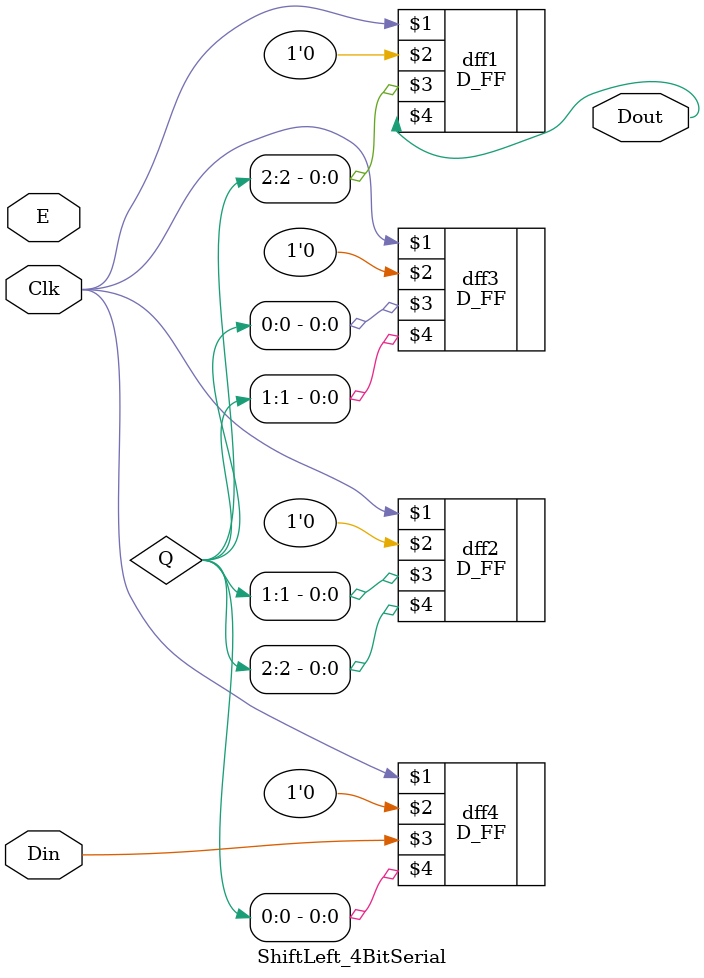
<source format=v>
`timescale 1ns / 1ps

//          Module for Serial I/O Shift Right for 4 bits
//////////////////////////////////////////////////////////////////////////////////


//                           Clock, Enable, DataIn, DataOut
module ShiftLeft_4BitSerial(Clk  ,E      , Din   , Dout);
    input Clk, E, Din;
    output Dout;
    wire [2:0] Q; // output for first 3 FF's
    
    // For now reset is always 0
    // Instantiate 4 D flip flop modules
    //                           Clock, Reset, Input, Output                                
    D_FF        dff1            (Clk  , 1'b0 , Q[2] , Dout); 
    //                           Clock, Reset, Input, Output                                
    D_FF        dff2            (Clk  , 1'b0 , Q[1] , Q[2]); 
    //                           Clock, Reset, Input, Output                                
    D_FF        dff3            (Clk  , 1'b0 , Q[0] , Q[1]); 
    //                           Clock, Reset, Input, Output                                
    D_FF        dff4            (Clk  , 1'b0 , Din  , Q[0]); 
    
endmodule
</source>
